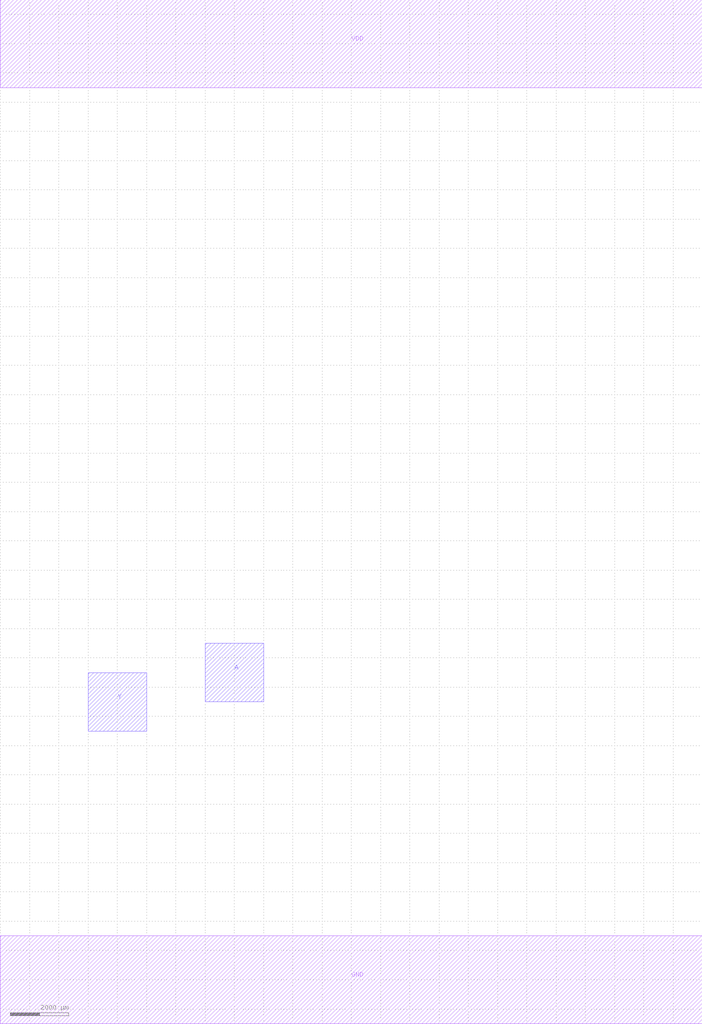
<source format=lef>
MACRO INVX4
 CLASS CORE ;
 ORIGIN 0 0 ;
 FOREIGN INVX4 0 0 ;
 SITE CORE ;
 SYMMETRY X Y R90 ;
  PIN VDD
   DIRECTION INOUT ;
   USE SIGNAL ;
   SHAPE ABUTMENT ;
    PORT
     CLASS CORE ;
       LAYER metal1 ;
        RECT 0.00000000 30500.00000000 24000.00000000 33500.00000000 ;
    END
  END VDD

  PIN GND
   DIRECTION INOUT ;
   USE SIGNAL ;
   SHAPE ABUTMENT ;
    PORT
     CLASS CORE ;
       LAYER metal1 ;
        RECT 0.00000000 -1500.00000000 24000.00000000 1500.00000000 ;
    END
  END GND

  PIN A
   DIRECTION INOUT ;
   USE SIGNAL ;
   SHAPE ABUTMENT ;
    PORT
     CLASS CORE ;
       LAYER metal2 ;
        RECT 7000.00000000 9500.00000000 9000.00000000 11500.00000000 ;
    END
  END A

  PIN Y
   DIRECTION INOUT ;
   USE SIGNAL ;
   SHAPE ABUTMENT ;
    PORT
     CLASS CORE ;
       LAYER metal2 ;
        RECT 3000.00000000 8500.00000000 5000.00000000 10500.00000000 ;
    END
  END Y


END INVX4

</source>
